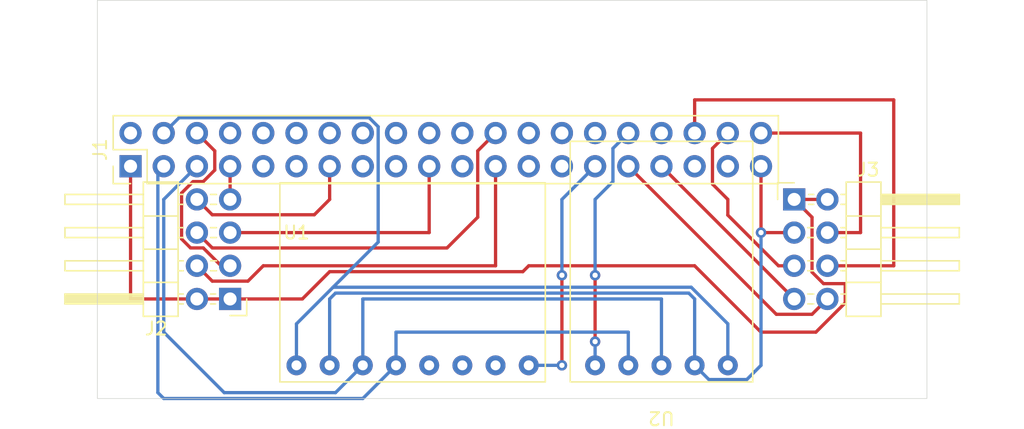
<source format=kicad_pcb>
(kicad_pcb (version 20211014) (generator pcbnew)
  (layers (0 "F.Cu" signal) (31 "B.Cu" signal) (34 "B.Paste" user) (35 "F.Paste" user) (36 "B.SilkS" user "B.Silkscreen") (37 "F.SilkS" user "F.Silkscreen") (38 "B.Mask" user) (39 "F.Mask" user) (44 "Edge.Cuts" user))
  (net 0 "")
  (net 1 "SCK_R")
  (net 2 "GND")
  (net 3 "MOSI_R")
  (net 5 "CS_R")
  (net 7 "DRDY_HMC5883L")
  (net 14 "CS_L")
  (net 15 "SCK_L")
  (net 18 "MOSI_L")
  (net 20 "+3V3")
  (net 27 "I2C_SDA")
  (net 28 "+5V")
  (net 29 "I2C_SCL")
  (net 30 "RES_L")
  (net 31 "DC_L")
  (net 32 "RES_R")
  (net 33 "DC_R")
  (net 37 "INT_MPU6050")
  (footprint "Connector_PinHeader_2.54mm:PinHeader_2x20_P2.54mm_Vertical" (layer "F.Cu") (at 129.54 71.12 90)
    (fp_text reference "J1" (at 1.27 -2.33 90) (layer "F.SilkS"))
    (fp_text value "Raspberry_Pi_2_3")
    (fp_line (start -1.33 1.27) (end -1.33 49.59) (layer "F.SilkS") (width 0.12))
    (fp_line (start -1.33 1.27) (end 1.27 1.27) (layer "F.SilkS") (width 0.12))
    (fp_line (start 1.27 -1.33) (end 3.87 -1.33) (layer "F.SilkS") (width 0.12))
    (fp_line (start 1.27 1.27) (end 1.27 -1.33) (layer "F.SilkS") (width 0.12))
    (fp_line (start -1.33 -1.33) (end 0 -1.33) (layer "F.SilkS") (width 0.12))
    (fp_line (start 3.87 -1.33) (end 3.87 49.59) (layer "F.SilkS") (width 0.12))
    (fp_line (start -1.33 0) (end -1.33 -1.33) (layer "F.SilkS") (width 0.12))
    (fp_line (start -1.33 49.59) (end 3.87 49.59) (layer "F.SilkS") (width 0.12))
    (pad "1" thru_hole rect locked (at 0 0 90) (size 1.7 1.7) (drill 1) (layers *.Cu *.Mask) (net 20 "+3V3"))
    (pad "2" thru_hole oval locked (at 2.54 0 90) (size 1.7 1.7) (drill 1) (layers *.Cu *.Mask))
    (pad "3" thru_hole oval locked (at 0 2.54 90) (size 1.7 1.7) (drill 1) (layers *.Cu *.Mask) (net 27 "I2C_SDA"))
    (pad "4" thru_hole oval locked (at 2.54 2.54 90) (size 1.7 1.7) (drill 1) (layers *.Cu *.Mask) (net 28 "+5V"))
    (pad "5" thru_hole oval locked (at 0 5.08 90) (size 1.7 1.7) (drill 1) (layers *.Cu *.Mask) (net 29 "I2C_SCL"))
    (pad "6" thru_hole oval locked (at 2.54 5.08 90) (size 1.7 1.7) (drill 1) (layers *.Cu *.Mask) (net 2 "GND"))
    (pad "7" thru_hole oval locked (at 0 7.62 90) (size 1.7 1.7) (drill 1) (layers *.Cu *.Mask) (net 31 "DC_L"))
    (pad "8" thru_hole oval locked (at 2.54 7.62 90) (size 1.7 1.7) (drill 1) (layers *.Cu *.Mask))
    (pad "9" thru_hole oval locked (at 0 10.16 90) (size 1.7 1.7) (drill 1) (layers *.Cu *.Mask))
    (pad "10" thru_hole oval locked (at 2.54 10.16 90) (size 1.7 1.7) (drill 1) (layers *.Cu *.Mask))
    (pad "11" thru_hole oval locked (at 0 12.7 90) (size 1.7 1.7) (drill 1) (layers *.Cu *.Mask))
    (pad "12" thru_hole oval locked (at 2.54 12.7 90) (size 1.7 1.7) (drill 1) (layers *.Cu *.Mask))
    (pad "13" thru_hole oval locked (at 0 15.24 90) (size 1.7 1.7) (drill 1) (layers *.Cu *.Mask) (net 30 "RES_L"))
    (pad "14" thru_hole oval locked (at 2.54 15.24 90) (size 1.7 1.7) (drill 1) (layers *.Cu *.Mask))
    (pad "15" thru_hole oval locked (at 0 17.78 90) (size 1.7 1.7) (drill 1) (layers *.Cu *.Mask))
    (pad "16" thru_hole oval locked (at 2.54 17.78 90) (size 1.7 1.7) (drill 1) (layers *.Cu *.Mask))
    (pad "17" thru_hole oval locked (at 0 20.32 90) (size 1.7 1.7) (drill 1) (layers *.Cu *.Mask))
    (pad "18" thru_hole oval locked (at 2.54 20.32 90) (size 1.7 1.7) (drill 1) (layers *.Cu *.Mask))
    (pad "19" thru_hole oval locked (at 0 22.86 90) (size 1.7 1.7) (drill 1) (layers *.Cu *.Mask) (net 18 "MOSI_L"))
    (pad "20" thru_hole oval locked (at 2.54 22.86 90) (size 1.7 1.7) (drill 1) (layers *.Cu *.Mask))
    (pad "21" thru_hole oval locked (at 0 25.4 90) (size 1.7 1.7) (drill 1) (layers *.Cu *.Mask))
    (pad "22" thru_hole oval locked (at 2.54 25.4 90) (size 1.7 1.7) (drill 1) (layers *.Cu *.Mask))
    (pad "23" thru_hole oval locked (at 0 27.94 90) (size 1.7 1.7) (drill 1) (layers *.Cu *.Mask) (net 15 "SCK_L"))
    (pad "24" thru_hole oval locked (at 2.54 27.94 90) (size 1.7 1.7) (drill 1) (layers *.Cu *.Mask) (net 14 "CS_L"))
    (pad "25" thru_hole oval locked (at 0 30.48 90) (size 1.7 1.7) (drill 1) (layers *.Cu *.Mask))
    (pad "26" thru_hole oval locked (at 2.54 30.48 90) (size 1.7 1.7) (drill 1) (layers *.Cu *.Mask))
    (pad "27" thru_hole oval locked (at 0 33.02 90) (size 1.7 1.7) (drill 1) (layers *.Cu *.Mask))
    (pad "28" thru_hole oval locked (at 2.54 33.02 90) (size 1.7 1.7) (drill 1) (layers *.Cu *.Mask))
    (pad "29" thru_hole oval locked (at 0 35.56 90) (size 1.7 1.7) (drill 1) (layers *.Cu *.Mask) (net 37 "INT_MPU6050"))
    (pad "30" thru_hole oval locked (at 2.54 35.56 90) (size 1.7 1.7) (drill 1) (layers *.Cu *.Mask))
    (pad "31" thru_hole oval locked (at 0 38.1 90) (size 1.7 1.7) (drill 1) (layers *.Cu *.Mask) (net 32 "RES_R"))
    (pad "32" thru_hole oval locked (at 2.54 38.1 90) (size 1.7 1.7) (drill 1) (layers *.Cu *.Mask) (net 7 "DRDY_HMC5883L"))
    (pad "33" thru_hole oval locked (at 0 40.64 90) (size 1.7 1.7) (drill 1) (layers *.Cu *.Mask) (net 33 "DC_R"))
    (pad "34" thru_hole oval locked (at 2.54 40.64 90) (size 1.7 1.7) (drill 1) (layers *.Cu *.Mask))
    (pad "35" thru_hole oval locked (at 0 43.18 90) (size 1.7 1.7) (drill 1) (layers *.Cu *.Mask))
    (pad "36" thru_hole oval locked (at 2.54 43.18 90) (size 1.7 1.7) (drill 1) (layers *.Cu *.Mask) (net 5 "CS_R"))
    (pad "37" thru_hole oval locked (at 0 45.72 90) (size 1.7 1.7) (drill 1) (layers *.Cu *.Mask))
    (pad "38" thru_hole oval locked (at 2.54 45.72 90) (size 1.7 1.7) (drill 1) (layers *.Cu *.Mask) (net 3 "MOSI_R"))
    (pad "39" thru_hole oval locked (at 0 48.26 90) (size 1.7 1.7) (drill 1) (layers *.Cu *.Mask) (net 2 "GND"))
    (pad "40" thru_hole oval locked (at 2.54 48.26 90) (size 1.7 1.7) (drill 1) (layers *.Cu *.Mask) (net 1 "SCK_R"))
  )
  (footprint "Connector_PinHeader_2.54mm:PinHeader_2x04_P2.54mm_Horizontal" (layer "F.Cu") (at 137.16 81.28 180)
    (fp_text reference "J2" (at 5.655 -2.27) (layer "F.SilkS"))
    (fp_text value "Conn_02x04_Counter_Clockwise")
    (fp_line (start 12.64 2.92) (end 6.64 2.92) (layer "F.SilkS") (width 0.12))
    (fp_line (start 12.64 7.24) (end 12.64 8) (layer "F.SilkS") (width 0.12))
    (fp_line (start 6.64 8.95) (end 6.64 -1.33) (layer "F.SilkS") (width 0.12))
    (fp_line (start 1.042929 7.24) (end 1.497071 7.24) (layer "F.SilkS") (width 0.12))
    (fp_line (start 3.582929 7.24) (end 3.98 7.24) (layer "F.SilkS") (width 0.12))
    (fp_line (start 3.98 6.35) (end 6.64 6.35) (layer "F.SilkS") (width 0.12))
    (fp_line (start 6.64 0.28) (end 12.64 0.28) (layer "F.SilkS") (width 0.12))
    (fp_line (start 3.582929 4.7) (end 3.98 4.7) (layer "F.SilkS") (width 0.12))
    (fp_line (start 1.042929 2.92) (end 1.497071 2.92) (layer "F.SilkS") (width 0.12))
    (fp_line (start 12.64 4.7) (end 12.64 5.46) (layer "F.SilkS") (width 0.12))
    (fp_line (start 1.042929 8) (end 1.497071 8) (layer "F.SilkS") (width 0.12))
    (fp_line (start -1.27 -1.27) (end 0 -1.27) (layer "F.SilkS") (width 0.12))
    (fp_line (start 3.582929 2.16) (end 3.98 2.16) (layer "F.SilkS") (width 0.12))
    (fp_line (start 6.64 0.16) (end 12.64 0.16) (layer "F.SilkS") (width 0.12))
    (fp_line (start 6.64 -0.2) (end 12.64 -0.2) (layer "F.SilkS") (width 0.12))
    (fp_line (start 1.042929 4.7) (end 1.497071 4.7) (layer "F.SilkS") (width 0.12))
    (fp_line (start 1.11 -0.38) (end 1.497071 -0.38) (layer "F.SilkS") (width 0.12))
    (fp_line (start 6.64 -0.38) (end 12.64 -0.38) (layer "F.SilkS") (width 0.12))
    (fp_line (start 12.64 2.16) (end 12.64 2.92) (layer "F.SilkS") (width 0.12))
    (fp_line (start 6.64 2.16) (end 12.64 2.16) (layer "F.SilkS") (width 0.12))
    (fp_line (start 1.042929 5.46) (end 1.497071 5.46) (layer "F.SilkS") (width 0.12))
    (fp_line (start 3.98 3.81) (end 6.64 3.81) (layer "F.SilkS") (width 0.12))
    (fp_line (start 6.64 -1.33) (end 3.98 -1.33) (layer "F.SilkS") (width 0.12))
    (fp_line (start 3.582929 8) (end 3.98 8) (layer "F.SilkS") (width 0.12))
    (fp_line (start 3.98 8.95) (end 6.64 8.95) (layer "F.SilkS") (width 0.12))
    (fp_line (start 12.64 -0.38) (end 12.64 0.38) (layer "F.SilkS") (width 0.12))
    (fp_line (start 3.98 -1.33) (end 3.98 8.95) (layer "F.SilkS") (width 0.12))
    (fp_line (start -1.27 0) (end -1.27 -1.27) (layer "F.SilkS") (width 0.12))
    (fp_line (start 6.64 0.04) (end 12.64 0.04) (layer "F.SilkS") (width 0.12))
    (fp_line (start 3.582929 -0.38) (end 3.98 -0.38) (layer "F.SilkS") (width 0.12))
    (fp_line (start 1.042929 2.16) (end 1.497071 2.16) (layer "F.SilkS") (width 0.12))
    (fp_line (start 12.64 0.38) (end 6.64 0.38) (layer "F.SilkS") (width 0.12))
    (fp_line (start 6.64 7.24) (end 12.64 7.24) (layer "F.SilkS") (width 0.12))
    (fp_line (start 12.64 8) (end 6.64 8) (layer "F.SilkS") (width 0.12))
    (fp_line (start 6.64 -0.08) (end 12.64 -0.08) (layer "F.SilkS") (width 0.12))
    (fp_line (start 3.98 1.27) (end 6.64 1.27) (layer "F.SilkS") (width 0.12))
    (fp_line (start 6.64 4.7) (end 12.64 4.7) (layer "F.SilkS") (width 0.12))
    (fp_line (start 1.11 0.38) (end 1.497071 0.38) (layer "F.SilkS") (width 0.12))
    (fp_line (start 6.64 -0.32) (end 12.64 -0.32) (layer "F.SilkS") (width 0.12))
    (fp_line (start 3.582929 5.46) (end 3.98 5.46) (layer "F.SilkS") (width 0.12))
    (fp_line (start 12.64 5.46) (end 6.64 5.46) (layer "F.SilkS") (width 0.12))
    (fp_line (start 3.582929 0.38) (end 3.98 0.38) (layer "F.SilkS") (width 0.12))
    (fp_line (start 3.582929 2.92) (end 3.98 2.92) (layer "F.SilkS") (width 0.12))
    (pad "1" thru_hole rect locked (at 0 0 180) (size 1.7 1.7) (drill 1) (layers *.Cu *.Mask) (net 20 "+3V3"))
    (pad "2" thru_hole oval locked (at 2.54 0 180) (size 1.7 1.7) (drill 1) (layers *.Cu *.Mask) (net 20 "+3V3"))
    (pad "3" thru_hole oval locked (at 0 2.54 180) (size 1.7 1.7) (drill 1) (layers *.Cu *.Mask) (net 2 "GND"))
    (pad "4" thru_hole oval locked (at 2.54 2.54 180) (size 1.7 1.7) (drill 1) (layers *.Cu *.Mask) (net 15 "SCK_L"))
    (pad "5" thru_hole oval locked (at 0 5.08 180) (size 1.7 1.7) (drill 1) (layers *.Cu *.Mask) (net 18 "MOSI_L"))
    (pad "6" thru_hole oval locked (at 2.54 5.08 180) (size 1.7 1.7) (drill 1) (layers *.Cu *.Mask) (net 14 "CS_L"))
    (pad "7" thru_hole oval locked (at 0 7.62 180) (size 1.7 1.7) (drill 1) (layers *.Cu *.Mask) (net 31 "DC_L"))
    (pad "8" thru_hole oval locked (at 2.54 7.62 180) (size 1.7 1.7) (drill 1) (layers *.Cu *.Mask) (net 30 "RES_L"))
  )
  (footprint "Connector_PinHeader_2.54mm:PinHeader_2x04_P2.54mm_Horizontal" (layer "F.Cu") (at 180.34 73.66)
    (fp_text reference "J3" (at 5.655 -2.27) (layer "F.SilkS"))
    (fp_text value "Conn_02x04_Counter_Clockwise")
    (fp_line (start 3.582929 7.24) (end 3.98 7.24) (layer "F.SilkS") (width 0.12))
    (fp_line (start 1.042929 2.92) (end 1.497071 2.92) (layer "F.SilkS") (width 0.12))
    (fp_line (start 12.64 0.38) (end 6.64 0.38) (layer "F.SilkS") (width 0.12))
    (fp_line (start 12.64 4.7) (end 12.64 5.46) (layer "F.SilkS") (width 0.12))
    (fp_line (start -1.27 0) (end -1.27 -1.27) (layer "F.SilkS") (width 0.12))
    (fp_line (start 6.64 4.7) (end 12.64 4.7) (layer "F.SilkS") (width 0.12))
    (fp_line (start 1.11 -0.38) (end 1.497071 -0.38) (layer "F.SilkS") (width 0.12))
    (fp_line (start 6.64 0.16) (end 12.64 0.16) (layer "F.SilkS") (width 0.12))
    (fp_line (start 3.582929 4.7) (end 3.98 4.7) (layer "F.SilkS") (width 0.12))
    (fp_line (start 3.582929 5.46) (end 3.98 5.46) (layer "F.SilkS") (width 0.12))
    (fp_line (start 12.64 7.24) (end 12.64 8) (layer "F.SilkS") (width 0.12))
    (fp_line (start 6.64 -0.2) (end 12.64 -0.2) (layer "F.SilkS") (width 0.12))
    (fp_line (start 1.11 0.38) (end 1.497071 0.38) (layer "F.SilkS") (width 0.12))
    (fp_line (start 6.64 2.16) (end 12.64 2.16) (layer "F.SilkS") (width 0.12))
    (fp_line (start 6.64 -0.32) (end 12.64 -0.32) (layer "F.SilkS") (width 0.12))
    (fp_line (start 6.64 0.04) (end 12.64 0.04) (layer "F.SilkS") (width 0.12))
    (fp_line (start 6.64 8.95) (end 6.64 -1.33) (layer "F.SilkS") (width 0.12))
    (fp_line (start 12.64 2.92) (end 6.64 2.92) (layer "F.SilkS") (width 0.12))
    (fp_line (start 12.64 5.46) (end 6.64 5.46) (layer "F.SilkS") (width 0.12))
    (fp_line (start 1.042929 8) (end 1.497071 8) (layer "F.SilkS") (width 0.12))
    (fp_line (start 1.042929 7.24) (end 1.497071 7.24) (layer "F.SilkS") (width 0.12))
    (fp_line (start 3.582929 8) (end 3.98 8) (layer "F.SilkS") (width 0.12))
    (fp_line (start 1.042929 4.7) (end 1.497071 4.7) (layer "F.SilkS") (width 0.12))
    (fp_line (start 6.64 -0.08) (end 12.64 -0.08) (layer "F.SilkS") (width 0.12))
    (fp_line (start 1.042929 2.16) (end 1.497071 2.16) (layer "F.SilkS") (width 0.12))
    (fp_line (start 3.582929 2.92) (end 3.98 2.92) (layer "F.SilkS") (width 0.12))
    (fp_line (start 12.64 -0.38) (end 12.64 0.38) (layer "F.SilkS") (width 0.12))
    (fp_line (start 12.64 2.16) (end 12.64 2.92) (layer "F.SilkS") (width 0.12))
    (fp_line (start 6.64 7.24) (end 12.64 7.24) (layer "F.SilkS") (width 0.12))
    (fp_line (start 6.64 -1.33) (end 3.98 -1.33) (layer "F.SilkS") (width 0.12))
    (fp_line (start 3.582929 -0.38) (end 3.98 -0.38) (layer "F.SilkS") (width 0.12))
    (fp_line (start 3.98 3.81) (end 6.64 3.81) (layer "F.SilkS") (width 0.12))
    (fp_line (start 3.582929 2.16) (end 3.98 2.16) (layer "F.SilkS") (width 0.12))
    (fp_line (start 12.64 8) (end 6.64 8) (layer "F.SilkS") (width 0.12))
    (fp_line (start 3.582929 0.38) (end 3.98 0.38) (layer "F.SilkS") (width 0.12))
    (fp_line (start 3.98 -1.33) (end 3.98 8.95) (layer "F.SilkS") (width 0.12))
    (fp_line (start -1.27 -1.27) (end 0 -1.27) (layer "F.SilkS") (width 0.12))
    (fp_line (start 1.042929 5.46) (end 1.497071 5.46) (layer "F.SilkS") (width 0.12))
    (fp_line (start 3.98 6.35) (end 6.64 6.35) (layer "F.SilkS") (width 0.12))
    (fp_line (start 3.98 1.27) (end 6.64 1.27) (layer "F.SilkS") (width 0.12))
    (fp_line (start 6.64 -0.38) (end 12.64 -0.38) (layer "F.SilkS") (width 0.12))
    (fp_line (start 6.64 0.28) (end 12.64 0.28) (layer "F.SilkS") (width 0.12))
    (fp_line (start 3.98 8.95) (end 6.64 8.95) (layer "F.SilkS") (width 0.12))
    (pad "1" thru_hole rect locked (at 0 0) (size 1.7 1.7) (drill 1) (layers *.Cu *.Mask) (net 20 "+3V3"))
    (pad "2" thru_hole oval locked (at 2.54 0) (size 1.7 1.7) (drill 1) (layers *.Cu *.Mask) (net 20 "+3V3"))
    (pad "3" thru_hole oval locked (at 0 2.54) (size 1.7 1.7) (drill 1) (layers *.Cu *.Mask) (net 2 "GND"))
    (pad "4" thru_hole oval locked (at 2.54 2.54) (size 1.7 1.7) (drill 1) (layers *.Cu *.Mask) (net 1 "SCK_R"))
    (pad "5" thru_hole oval locked (at 0 5.08) (size 1.7 1.7) (drill 1) (layers *.Cu *.Mask) (net 3 "MOSI_R"))
    (pad "6" thru_hole oval locked (at 2.54 5.08) (size 1.7 1.7) (drill 1) (layers *.Cu *.Mask) (net 5 "CS_R"))
    (pad "7" thru_hole oval locked (at 0 7.62) (size 1.7 1.7) (drill 1) (layers *.Cu *.Mask) (net 33 "DC_R"))
    (pad "8" thru_hole oval locked (at 2.54 7.62) (size 1.7 1.7) (drill 1) (layers *.Cu *.Mask) (net 32 "RES_R"))
  )
  (footprint "myfootprint:GY-521" (layer "F.Cu") (at 142.24 86.36)
    (fp_text reference "U1" (at 0 -10.16 unlocked) (layer "F.SilkS"))
    (fp_text value "GY-521")
    (fp_rect (start -1.27 1.27) (end 19.05 -13.97) (layer "F.SilkS") (width 0.12) (fill none))
    (pad "1" thru_hole circle (at 0 0) (size 1.524 1.524) (drill 0.762) (layers *.Cu *.Mask) (net 28 "+5V"))
    (pad "2" thru_hole circle (at 2.54 0) (size 1.524 1.524) (drill 0.762) (layers *.Cu *.Mask) (net 2 "GND"))
    (pad "3" thru_hole circle (at 5.08 0) (size 1.524 1.524) (drill 0.762) (layers *.Cu *.Mask) (net 29 "I2C_SCL"))
    (pad "4" thru_hole circle (at 7.62 0) (size 1.524 1.524) (drill 0.762) (layers *.Cu *.Mask) (net 27 "I2C_SDA"))
    (pad "5" thru_hole circle (at 10.16 0) (size 1.524 1.524) (drill 0.762) (layers *.Cu *.Mask))
    (pad "6" thru_hole circle (at 12.7 0) (size 1.524 1.524) (drill 0.762) (layers *.Cu *.Mask))
    (pad "7" thru_hole circle (at 15.24 0) (size 1.524 1.524) (drill 0.762) (layers *.Cu *.Mask))
    (pad "8" thru_hole circle (at 17.78 0) (size 1.524 1.524) (drill 0.762) (layers *.Cu *.Mask) (net 37 "INT_MPU6050"))
  )
  (footprint "myfootprint:GY-273" (layer "F.Cu") (at 175.26 86.36 180)
    (fp_text reference "U2" (at 5.08 -4.04 180 unlocked) (layer "F.SilkS"))
    (fp_text value "GY-273")
    (fp_rect (start -1.905 -1.27) (end 12.065 17.145) (layer "F.SilkS") (width 0.12) (fill none))
    (pad "1" thru_hole circle (at 0 0 180) (size 1.524 1.524) (drill 0.762) (layers *.Cu *.Mask) (net 28 "+5V"))
    (pad "2" thru_hole circle (at 2.54 0 180) (size 1.524 1.524) (drill 0.762) (layers *.Cu *.Mask) (net 2 "GND"))
    (pad "3" thru_hole circle (at 5.08 0 180) (size 1.524 1.524) (drill 0.762) (layers *.Cu *.Mask) (net 29 "I2C_SCL"))
    (pad "4" thru_hole circle (at 7.62 0 180) (size 1.524 1.524) (drill 0.762) (layers *.Cu *.Mask) (net 27 "I2C_SDA"))
    (pad "5" thru_hole circle (at 10.16 0 180) (size 1.524 1.524) (drill 0.762) (layers *.Cu *.Mask) (net 7 "DRDY_HMC5883L"))
  )
  (gr_rect (start 127 88.9) (end 190.5 58.42) (layer "Edge.Cuts") (width 0.05) (fill none))
  (segment (start 182.88 76.2) (end 185.42 76.2) (width 0.25) (layer "F.Cu") (net 1))
  (segment (start 185.42 68.58) (end 177.8 68.58) (width 0.25) (layer "F.Cu") (net 1))
  (segment (start 185.42 76.2) (end 185.42 68.58) (width 0.25) (layer "F.Cu") (net 1))
  (segment (start 180.34 76.2) (end 177.8 76.2) (width 0.25) (layer "F.Cu") (net 2))
  (segment (start 134.133501 77.374511) (end 133.445489 76.686499) (width 0.25) (layer "F.Cu") (net 2))
  (segment (start 135.985489 71.415521) (end 135.985489 69.945489) (width 0.25) (layer "F.Cu") (net 2))
  (segment (start 177.8 76.2) (end 177.8 71.12) (width 0.25) (layer "F.Cu") (net 2))
  (segment (start 133.445489 76.686499) (end 133.445489 73.173501) (width 0.25) (layer "F.Cu") (net 2))
  (segment (start 136.471988 78.74) (end 135.106499 77.374511) (width 0.25) (layer "F.Cu") (net 2))
  (segment (start 135.985489 69.945489) (end 134.62 68.58) (width 0.25) (layer "F.Cu") (net 2))
  (segment (start 134.324479 72.294511) (end 135.106499 72.294511) (width 0.25) (layer "F.Cu") (net 2))
  (segment (start 137.16 78.74) (end 136.471988 78.74) (width 0.25) (layer "F.Cu") (net 2))
  (segment (start 135.106499 72.294511) (end 135.985489 71.415521) (width 0.25) (layer "F.Cu") (net 2))
  (segment (start 135.106499 77.374511) (end 134.133501 77.374511) (width 0.25) (layer "F.Cu") (net 2))
  (segment (start 133.445489 73.173501) (end 134.324479 72.294511) (width 0.25) (layer "F.Cu") (net 2))
  (via (at 177.8 76.2) (size 0.8) (drill 0.4) (layers "F.Cu" "B.Cu") (net 2))
  (segment (start 144.78 81.28) (end 144.78 86.36) (width 0.25) (layer "B.Cu") (net 2))
  (segment (start 173.806511 87.446511) (end 176.713489 87.446511) (width 0.25) (layer "B.Cu") (net 2))
  (segment (start 172.72 86.36) (end 172.72 81.28) (width 0.25) (layer "B.Cu") (net 2))
  (segment (start 172.72 81.28) (end 172.27048 80.83048) (width 0.25) (layer "B.Cu") (net 2))
  (segment (start 172.72 86.36) (end 173.806511 87.446511) (width 0.25) (layer "B.Cu") (net 2))
  (segment (start 145.22952 80.83048) (end 144.78 81.28) (width 0.25) (layer "B.Cu") (net 2))
  (segment (start 177.8 86.36) (end 176.713489 87.446511) (width 0.25) (layer "B.Cu") (net 2))
  (segment (start 177.8 76.2) (end 177.8 86.36) (width 0.25) (layer "B.Cu") (net 2))
  (segment (start 172.27048 80.83048) (end 145.22952 80.83048) (width 0.25) (layer "B.Cu") (net 2))
  (segment (start 174.084999 69.755001) (end 174.084999 72.484999) (width 0.25) (layer "F.Cu") (net 3))
  (segment (start 175.26 68.58) (end 174.084999 69.755001) (width 0.25) (layer "F.Cu") (net 3))
  (segment (start 180.34 78.74) (end 179.137919 78.74) (width 0.25) (layer "F.Cu") (net 3))
  (segment (start 174.084999 72.484999) (end 175.26 73.66) (width 0.25) (layer "F.Cu") (net 3))
  (segment (start 179.137919 78.74) (end 175.26 74.862081) (width 0.25) (layer "F.Cu") (net 3))
  (segment (start 175.26 74.862081) (end 175.26 73.66) (width 0.25) (layer "F.Cu") (net 3))
  (segment (start 187.96 66.04) (end 172.72 66.04) (width 0.25) (layer "F.Cu") (net 5))
  (segment (start 182.88 78.74) (end 187.96 78.74) (width 0.25) (layer "F.Cu") (net 5))
  (segment (start 172.72 66.04) (end 172.72 68.58) (width 0.25) (layer "F.Cu") (net 5))
  (segment (start 187.96 78.74) (end 187.96 66.04) (width 0.25) (layer "F.Cu") (net 5))
  (segment (start 165.1 79.18952) (end 165.1 79.4645) (width 0.25) (layer "F.Cu") (net 7))
  (segment (start 165.1 84.5445) (end 165.1 79.18952) (width 0.25) (layer "F.Cu") (net 7))
  (via (at 165.1 84.5445) (size 0.8) (drill 0.4) (layers "F.Cu" "B.Cu") (net 7))
  (via (at 165.1 79.4645) (size 0.8) (drill 0.4) (layers "F.Cu" "B.Cu") (net 7))
  (segment (start 166.465489 72.294511) (end 165.1 73.66) (width 0.25) (layer "B.Cu") (net 7))
  (segment (start 165.1 79.4645) (end 165.1 73.66) (width 0.25) (layer "B.Cu") (net 7))
  (segment (start 167.64 68.58) (end 166.465489 69.754511) (width 0.25) (layer "B.Cu") (net 7))
  (segment (start 165.1 84.26952) (end 165.1 84.5445) (width 0.25) (layer "B.Cu") (net 7))
  (segment (start 166.465489 69.754511) (end 166.465489 72.294511) (width 0.25) (layer "B.Cu") (net 7))
  (segment (start 165.1 86.36) (end 165.1 84.26952) (width 0.25) (layer "B.Cu") (net 7))
  (segment (start 135.795001 77.375001) (end 153.764999 77.375001) (width 0.25) (layer "F.Cu") (net 14))
  (segment (start 156.115001 69.944999) (end 157.48 68.58) (width 0.25) (layer "F.Cu") (net 14))
  (segment (start 153.764999 77.375001) (end 156.115001 75.024999) (width 0.25) (layer "F.Cu") (net 14))
  (segment (start 156.115001 75.024999) (end 156.115001 69.944999) (width 0.25) (layer "F.Cu") (net 14))
  (segment (start 134.62 76.2) (end 135.795001 77.375001) (width 0.25) (layer "F.Cu") (net 14))
  (segment (start 134.62 78.74) (end 135.795001 79.915001) (width 0.25) (layer "F.Cu") (net 15))
  (segment (start 139.7 78.74) (end 157.48 78.74) (width 0.25) (layer "F.Cu") (net 15))
  (segment (start 138.524999 79.915001) (end 139.7 78.74) (width 0.25) (layer "F.Cu") (net 15))
  (segment (start 157.48 78.74) (end 157.48 71.12) (width 0.25) (layer "F.Cu") (net 15))
  (segment (start 135.795001 79.915001) (end 138.524999 79.915001) (width 0.25) (layer "F.Cu") (net 15))
  (segment (start 137.16 76.2) (end 152.4 76.2) (width 0.25) (layer "F.Cu") (net 18))
  (segment (start 152.4 76.2) (end 152.4 71.12) (width 0.25) (layer "F.Cu") (net 18))
  (segment (start 144.78 79.18952) (end 159.57048 79.18952) (width 0.25) (layer "F.Cu") (net 20))
  (segment (start 184.245489 80.105489) (end 184.245489 81.575521) (width 0.25) (layer "F.Cu") (net 20))
  (segment (start 137.16 81.28) (end 134.62 81.28) (width 0.25) (layer "F.Cu") (net 20))
  (segment (start 182.88 73.66) (end 180.34 73.66) (width 0.25) (layer "F.Cu") (net 20))
  (segment (start 181.705489 79.226499) (end 182.584479 80.105489) (width 0.25) (layer "F.Cu") (net 20))
  (segment (start 180.34 73.66) (end 181.705489 75.025489) (width 0.25) (layer "F.Cu") (net 20))
  (segment (start 177.8 83.82) (end 172.72 78.74) (width 0.25) (layer "F.Cu") (net 20))
  (segment (start 142.68952 81.28) (end 144.78 79.18952) (width 0.25) (layer "F.Cu") (net 20))
  (segment (start 137.16 81.28) (end 142.68952 81.28) (width 0.25) (layer "F.Cu") (net 20))
  (segment (start 172.72 78.74) (end 160.02 78.74) (width 0.25) (layer "F.Cu") (net 20))
  (segment (start 159.57048 79.18952) (end 160.02 78.74) (width 0.25) (layer "F.Cu") (net 20))
  (segment (start 129.54 81.28) (end 129.54 71.12) (width 0.25) (layer "F.Cu") (net 20))
  (segment (start 182.00101 83.82) (end 177.8 83.82) (width 0.25) (layer "F.Cu") (net 20))
  (segment (start 134.62 81.28) (end 129.54 81.28) (width 0.25) (layer "F.Cu") (net 20))
  (segment (start 181.705489 75.025489) (end 181.705489 79.226499) (width 0.25) (layer "F.Cu") (net 20))
  (segment (start 184.245489 81.575521) (end 182.00101 83.82) (width 0.25) (layer "F.Cu") (net 20))
  (segment (start 182.584479 80.105489) (end 184.245489 80.105489) (width 0.25) (layer "F.Cu") (net 20))
  (segment (start 149.86 86.36) (end 149.86 83.82) (width 0.25) (layer "B.Cu") (net 27))
  (segment (start 149.86 83.82) (end 167.64 83.82) (width 0.25) (layer "B.Cu") (net 27))
  (segment (start 167.64 83.82) (end 167.64 86.36) (width 0.25) (layer "B.Cu") (net 27))
  (segment (start 131.63048 88.45048) (end 131.63048 71.56952) (width 0.25) (layer "B.Cu") (net 27))
  (segment (start 132.08 88.9) (end 131.63048 88.45048) (width 0.25) (layer "B.Cu") (net 27))
  (segment (start 149.86 86.36) (end 147.32 88.9) (width 0.25) (layer "B.Cu") (net 27))
  (segment (start 131.63048 71.56952) (end 132.08 71.12) (width 0.25) (layer "B.Cu") (net 27))
  (segment (start 147.32 88.9) (end 132.08 88.9) (width 0.25) (layer "B.Cu") (net 27))
  (segment (start 145.043322 80.38096) (end 148.494511 76.929771) (width 0.25) (layer "B.Cu") (net 28))
  (segment (start 148.494511 68.093501) (end 147.806499 67.405489) (width 0.25) (layer "B.Cu") (net 28))
  (segment (start 172.456677 80.38096) (end 145.043322 80.38096) (width 0.25) (layer "B.Cu") (net 28))
  (segment (start 142.24 83.184282) (end 142.24 86.36) (width 0.25) (layer "B.Cu") (net 28))
  (segment (start 148.494511 76.929771) (end 148.494511 68.093501) (width 0.25) (layer "B.Cu") (net 28))
  (segment (start 133.254511 67.405489) (end 132.08 68.58) (width 0.25) (layer "B.Cu") (net 28))
  (segment (start 147.806499 67.405489) (end 133.254511 67.405489) (width 0.25) (layer "B.Cu") (net 28))
  (segment (start 175.26 86.36) (end 175.26 83.184283) (width 0.25) (layer "B.Cu") (net 28))
  (segment (start 175.26 83.184283) (end 172.456677 80.38096) (width 0.25) (layer "B.Cu") (net 28))
  (segment (start 145.043322 80.38096) (end 142.24 83.184282) (width 0.25) (layer "B.Cu") (net 28))
  (segment (start 147.32 86.36) (end 145.22952 88.45048) (width 0.25) (layer "B.Cu") (net 29))
  (segment (start 136.71048 88.45048) (end 132.08 83.82) (width 0.25) (layer "B.Cu") (net 29))
  (segment (start 145.22952 88.45048) (end 136.71048 88.45048) (width 0.25) (layer "B.Cu") (net 29))
  (segment (start 170.18 81.28) (end 170.18 86.36) (width 0.25) (layer "B.Cu") (net 29))
  (segment (start 132.08 83.82) (end 132.08 73.66) (width 0.25) (layer "B.Cu") (net 29))
  (segment (start 147.32 81.28) (end 170.18 81.28) (width 0.25) (layer "B.Cu") (net 29))
  (segment (start 132.08 73.66) (end 134.62 71.12) (width 0.25) (layer "B.Cu") (net 29))
  (segment (start 147.32 86.36) (end 147.32 81.28) (width 0.25) (layer "B.Cu") (net 29))
  (segment (start 143.605489 74.834511) (end 135.794511 74.834511) (width 0.25) (layer "F.Cu") (net 30))
  (segment (start 135.794511 74.834511) (end 134.62 73.66) (width 0.25) (layer "F.Cu") (net 30))
  (segment (start 144.78 73.66) (end 143.605489 74.834511) (width 0.25) (layer "F.Cu") (net 30))
  (segment (start 144.78 71.12) (end 144.78 73.66) (width 0.25) (layer "F.Cu") (net 30))
  (segment (start 137.16 73.66) (end 137.16 71.12) (width 0.25) (layer "F.Cu") (net 31))
  (segment (start 181.705489 82.454511) (end 178.974511 82.454511) (width 0.25) (layer "F.Cu") (net 32))
  (segment (start 178.974511 82.454511) (end 167.64 71.12) (width 0.25) (layer "F.Cu") (net 32))
  (segment (start 182.88 81.28) (end 181.705489 82.454511) (width 0.25) (layer "F.Cu") (net 32))
  (segment (start 180.34 81.28) (end 170.18 71.12) (width 0.25) (layer "F.Cu") (net 33))
  (segment (start 162.56 79.18952) (end 162.56 79.4645) (width 0.25) (layer "F.Cu") (net 37))
  (segment (start 162.56 86.36) (end 162.56 79.18952) (width 0.25) (layer "F.Cu") (net 37))
  (via (at 162.56 79.4645) (size 0.8) (drill 0.4) (layers "F.Cu" "B.Cu") (net 37))
  (via (at 162.56 86.36) (size 0.8) (drill 0.4) (layers "F.Cu" "B.Cu") (net 37))
  (segment (start 162.56 73.66) (end 165.1 71.12) (width 0.25) (layer "B.Cu") (net 37))
  (segment (start 160.02 86.36) (end 162.56 86.36) (width 0.25) (layer "B.Cu") (net 37))
  (segment (start 162.56 79.4645) (end 162.56 73.66) (width 0.25) (layer "B.Cu") (net 37))
)
</source>
